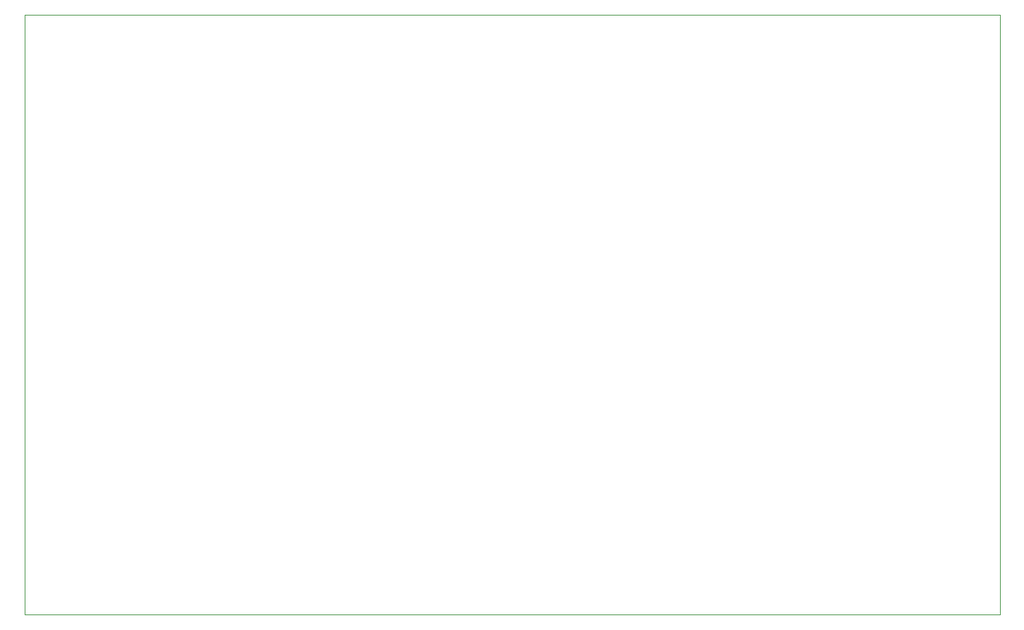
<source format=gbr>
%TF.GenerationSoftware,KiCad,Pcbnew,5.1.10-88a1d61d58~88~ubuntu20.10.1*%
%TF.CreationDate,2021-05-16T15:10:54+02:00*%
%TF.ProjectId,eurorack-psu,6575726f-7261-4636-9b2d-7073752e6b69,v1.0.0*%
%TF.SameCoordinates,Original*%
%TF.FileFunction,Profile,NP*%
%FSLAX46Y46*%
G04 Gerber Fmt 4.6, Leading zero omitted, Abs format (unit mm)*
G04 Created by KiCad (PCBNEW 5.1.10-88a1d61d58~88~ubuntu20.10.1) date 2021-05-16 15:10:54*
%MOMM*%
%LPD*%
G01*
G04 APERTURE LIST*
%TA.AperFunction,Profile*%
%ADD10C,0.050000*%
%TD*%
G04 APERTURE END LIST*
D10*
X191000000Y-81000000D02*
X191000000Y-153000000D01*
X74000000Y-81000000D02*
X191000000Y-81000000D01*
X74000000Y-153000000D02*
X74000000Y-81000000D01*
X191000000Y-153000000D02*
X74000000Y-153000000D01*
M02*

</source>
